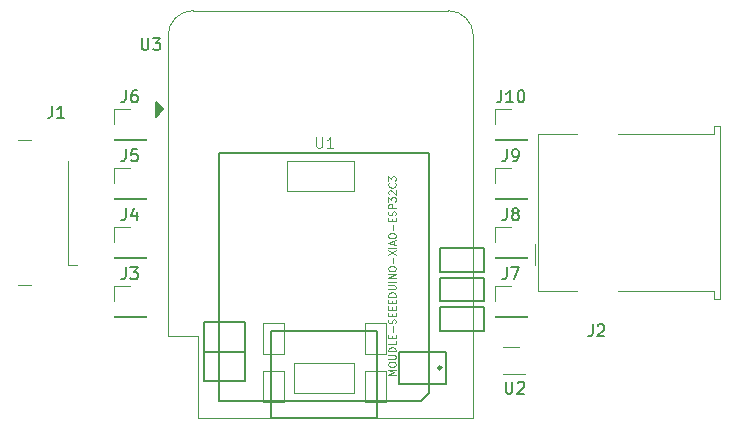
<source format=gbr>
%TF.GenerationSoftware,KiCad,Pcbnew,7.0.5-7.0.5~ubuntu22.04.1*%
%TF.CreationDate,2023-06-17T08:47:51-06:00*%
%TF.ProjectId,smart-usb,736d6172-742d-4757-9362-2e6b69636164,rev?*%
%TF.SameCoordinates,Original*%
%TF.FileFunction,Legend,Top*%
%TF.FilePolarity,Positive*%
%FSLAX46Y46*%
G04 Gerber Fmt 4.6, Leading zero omitted, Abs format (unit mm)*
G04 Created by KiCad (PCBNEW 7.0.5-7.0.5~ubuntu22.04.1) date 2023-06-17 08:47:51*
%MOMM*%
%LPD*%
G01*
G04 APERTURE LIST*
%ADD10C,0.150000*%
%ADD11C,0.101600*%
%ADD12C,0.076200*%
%ADD13C,0.120000*%
%ADD14C,0.127000*%
%ADD15C,0.066040*%
%ADD16C,0.254000*%
G04 APERTURE END LIST*
D10*
X132000000Y-71750000D02*
X135500000Y-71750000D01*
X135500000Y-74250000D01*
X132000000Y-74250000D01*
X132000000Y-71750000D01*
X132000000Y-74250000D02*
X135500000Y-74250000D01*
X135500000Y-76750000D01*
X132000000Y-76750000D01*
X132000000Y-74250000D01*
X152000000Y-65500000D02*
X155750000Y-65500000D01*
X155750000Y-67500000D01*
X152000000Y-67500000D01*
X152000000Y-65500000D01*
X152000000Y-68000000D02*
X155750000Y-68000000D01*
X155750000Y-70000000D01*
X152000000Y-70000000D01*
X152000000Y-68000000D01*
X152000000Y-70500000D02*
X155750000Y-70500000D01*
X155750000Y-72500000D01*
X152000000Y-72500000D01*
X152000000Y-70500000D01*
X148500000Y-74250000D02*
X152500000Y-74250000D01*
X152500000Y-77000000D01*
X148500000Y-77000000D01*
X148500000Y-74250000D01*
%TO.C,J10*%
X157190476Y-52124819D02*
X157190476Y-52839104D01*
X157190476Y-52839104D02*
X157142857Y-52981961D01*
X157142857Y-52981961D02*
X157047619Y-53077200D01*
X157047619Y-53077200D02*
X156904762Y-53124819D01*
X156904762Y-53124819D02*
X156809524Y-53124819D01*
X158190476Y-53124819D02*
X157619048Y-53124819D01*
X157904762Y-53124819D02*
X157904762Y-52124819D01*
X157904762Y-52124819D02*
X157809524Y-52267676D01*
X157809524Y-52267676D02*
X157714286Y-52362914D01*
X157714286Y-52362914D02*
X157619048Y-52410533D01*
X158809524Y-52124819D02*
X158904762Y-52124819D01*
X158904762Y-52124819D02*
X159000000Y-52172438D01*
X159000000Y-52172438D02*
X159047619Y-52220057D01*
X159047619Y-52220057D02*
X159095238Y-52315295D01*
X159095238Y-52315295D02*
X159142857Y-52505771D01*
X159142857Y-52505771D02*
X159142857Y-52743866D01*
X159142857Y-52743866D02*
X159095238Y-52934342D01*
X159095238Y-52934342D02*
X159047619Y-53029580D01*
X159047619Y-53029580D02*
X159000000Y-53077200D01*
X159000000Y-53077200D02*
X158904762Y-53124819D01*
X158904762Y-53124819D02*
X158809524Y-53124819D01*
X158809524Y-53124819D02*
X158714286Y-53077200D01*
X158714286Y-53077200D02*
X158666667Y-53029580D01*
X158666667Y-53029580D02*
X158619048Y-52934342D01*
X158619048Y-52934342D02*
X158571429Y-52743866D01*
X158571429Y-52743866D02*
X158571429Y-52505771D01*
X158571429Y-52505771D02*
X158619048Y-52315295D01*
X158619048Y-52315295D02*
X158666667Y-52220057D01*
X158666667Y-52220057D02*
X158714286Y-52172438D01*
X158714286Y-52172438D02*
X158809524Y-52124819D01*
D11*
%TO.C,U1*%
X141541376Y-56085295D02*
X141541376Y-56804962D01*
X141541376Y-56804962D02*
X141583710Y-56889628D01*
X141583710Y-56889628D02*
X141626043Y-56931962D01*
X141626043Y-56931962D02*
X141710710Y-56974295D01*
X141710710Y-56974295D02*
X141880043Y-56974295D01*
X141880043Y-56974295D02*
X141964710Y-56931962D01*
X141964710Y-56931962D02*
X142007043Y-56889628D01*
X142007043Y-56889628D02*
X142049376Y-56804962D01*
X142049376Y-56804962D02*
X142049376Y-56085295D01*
X142938376Y-56974295D02*
X142430376Y-56974295D01*
X142684376Y-56974295D02*
X142684376Y-56085295D01*
X142684376Y-56085295D02*
X142599709Y-56212295D01*
X142599709Y-56212295D02*
X142515043Y-56296962D01*
X142515043Y-56296962D02*
X142430376Y-56339295D01*
D12*
X148246759Y-76207568D02*
X147637159Y-76207568D01*
X147637159Y-76207568D02*
X148072588Y-76004368D01*
X148072588Y-76004368D02*
X147637159Y-75801168D01*
X147637159Y-75801168D02*
X148246759Y-75801168D01*
X147637159Y-75394767D02*
X147637159Y-75278653D01*
X147637159Y-75278653D02*
X147666188Y-75220596D01*
X147666188Y-75220596D02*
X147724245Y-75162539D01*
X147724245Y-75162539D02*
X147840359Y-75133510D01*
X147840359Y-75133510D02*
X148043559Y-75133510D01*
X148043559Y-75133510D02*
X148159673Y-75162539D01*
X148159673Y-75162539D02*
X148217731Y-75220596D01*
X148217731Y-75220596D02*
X148246759Y-75278653D01*
X148246759Y-75278653D02*
X148246759Y-75394767D01*
X148246759Y-75394767D02*
X148217731Y-75452825D01*
X148217731Y-75452825D02*
X148159673Y-75510882D01*
X148159673Y-75510882D02*
X148043559Y-75539910D01*
X148043559Y-75539910D02*
X147840359Y-75539910D01*
X147840359Y-75539910D02*
X147724245Y-75510882D01*
X147724245Y-75510882D02*
X147666188Y-75452825D01*
X147666188Y-75452825D02*
X147637159Y-75394767D01*
X147637159Y-74872253D02*
X148130645Y-74872253D01*
X148130645Y-74872253D02*
X148188702Y-74843224D01*
X148188702Y-74843224D02*
X148217731Y-74814196D01*
X148217731Y-74814196D02*
X148246759Y-74756138D01*
X148246759Y-74756138D02*
X148246759Y-74640024D01*
X148246759Y-74640024D02*
X148217731Y-74581967D01*
X148217731Y-74581967D02*
X148188702Y-74552938D01*
X148188702Y-74552938D02*
X148130645Y-74523910D01*
X148130645Y-74523910D02*
X147637159Y-74523910D01*
X148246759Y-74233624D02*
X147637159Y-74233624D01*
X147637159Y-74233624D02*
X147637159Y-74088481D01*
X147637159Y-74088481D02*
X147666188Y-74001395D01*
X147666188Y-74001395D02*
X147724245Y-73943338D01*
X147724245Y-73943338D02*
X147782302Y-73914309D01*
X147782302Y-73914309D02*
X147898416Y-73885281D01*
X147898416Y-73885281D02*
X147985502Y-73885281D01*
X147985502Y-73885281D02*
X148101616Y-73914309D01*
X148101616Y-73914309D02*
X148159673Y-73943338D01*
X148159673Y-73943338D02*
X148217731Y-74001395D01*
X148217731Y-74001395D02*
X148246759Y-74088481D01*
X148246759Y-74088481D02*
X148246759Y-74233624D01*
X148246759Y-73333738D02*
X148246759Y-73624024D01*
X148246759Y-73624024D02*
X147637159Y-73624024D01*
X147927445Y-73130538D02*
X147927445Y-72927338D01*
X148246759Y-72840252D02*
X148246759Y-73130538D01*
X148246759Y-73130538D02*
X147637159Y-73130538D01*
X147637159Y-73130538D02*
X147637159Y-72840252D01*
X148014531Y-72578995D02*
X148014531Y-72114538D01*
X148217731Y-71853280D02*
X148246759Y-71766195D01*
X148246759Y-71766195D02*
X148246759Y-71621052D01*
X148246759Y-71621052D02*
X148217731Y-71562995D01*
X148217731Y-71562995D02*
X148188702Y-71533966D01*
X148188702Y-71533966D02*
X148130645Y-71504937D01*
X148130645Y-71504937D02*
X148072588Y-71504937D01*
X148072588Y-71504937D02*
X148014531Y-71533966D01*
X148014531Y-71533966D02*
X147985502Y-71562995D01*
X147985502Y-71562995D02*
X147956473Y-71621052D01*
X147956473Y-71621052D02*
X147927445Y-71737166D01*
X147927445Y-71737166D02*
X147898416Y-71795223D01*
X147898416Y-71795223D02*
X147869388Y-71824252D01*
X147869388Y-71824252D02*
X147811331Y-71853280D01*
X147811331Y-71853280D02*
X147753273Y-71853280D01*
X147753273Y-71853280D02*
X147695216Y-71824252D01*
X147695216Y-71824252D02*
X147666188Y-71795223D01*
X147666188Y-71795223D02*
X147637159Y-71737166D01*
X147637159Y-71737166D02*
X147637159Y-71592023D01*
X147637159Y-71592023D02*
X147666188Y-71504937D01*
X147927445Y-71243681D02*
X147927445Y-71040481D01*
X148246759Y-70953395D02*
X148246759Y-71243681D01*
X148246759Y-71243681D02*
X147637159Y-71243681D01*
X147637159Y-71243681D02*
X147637159Y-70953395D01*
X147927445Y-70692138D02*
X147927445Y-70488938D01*
X148246759Y-70401852D02*
X148246759Y-70692138D01*
X148246759Y-70692138D02*
X147637159Y-70692138D01*
X147637159Y-70692138D02*
X147637159Y-70401852D01*
X147927445Y-70140595D02*
X147927445Y-69937395D01*
X148246759Y-69850309D02*
X148246759Y-70140595D01*
X148246759Y-70140595D02*
X147637159Y-70140595D01*
X147637159Y-70140595D02*
X147637159Y-69850309D01*
X148246759Y-69589052D02*
X147637159Y-69589052D01*
X147637159Y-69589052D02*
X147637159Y-69443909D01*
X147637159Y-69443909D02*
X147666188Y-69356823D01*
X147666188Y-69356823D02*
X147724245Y-69298766D01*
X147724245Y-69298766D02*
X147782302Y-69269737D01*
X147782302Y-69269737D02*
X147898416Y-69240709D01*
X147898416Y-69240709D02*
X147985502Y-69240709D01*
X147985502Y-69240709D02*
X148101616Y-69269737D01*
X148101616Y-69269737D02*
X148159673Y-69298766D01*
X148159673Y-69298766D02*
X148217731Y-69356823D01*
X148217731Y-69356823D02*
X148246759Y-69443909D01*
X148246759Y-69443909D02*
X148246759Y-69589052D01*
X147637159Y-68979452D02*
X148130645Y-68979452D01*
X148130645Y-68979452D02*
X148188702Y-68950423D01*
X148188702Y-68950423D02*
X148217731Y-68921395D01*
X148217731Y-68921395D02*
X148246759Y-68863337D01*
X148246759Y-68863337D02*
X148246759Y-68747223D01*
X148246759Y-68747223D02*
X148217731Y-68689166D01*
X148217731Y-68689166D02*
X148188702Y-68660137D01*
X148188702Y-68660137D02*
X148130645Y-68631109D01*
X148130645Y-68631109D02*
X147637159Y-68631109D01*
X148246759Y-68340823D02*
X147637159Y-68340823D01*
X148246759Y-68050537D02*
X147637159Y-68050537D01*
X147637159Y-68050537D02*
X148246759Y-67702194D01*
X148246759Y-67702194D02*
X147637159Y-67702194D01*
X147637159Y-67295793D02*
X147637159Y-67179679D01*
X147637159Y-67179679D02*
X147666188Y-67121622D01*
X147666188Y-67121622D02*
X147724245Y-67063565D01*
X147724245Y-67063565D02*
X147840359Y-67034536D01*
X147840359Y-67034536D02*
X148043559Y-67034536D01*
X148043559Y-67034536D02*
X148159673Y-67063565D01*
X148159673Y-67063565D02*
X148217731Y-67121622D01*
X148217731Y-67121622D02*
X148246759Y-67179679D01*
X148246759Y-67179679D02*
X148246759Y-67295793D01*
X148246759Y-67295793D02*
X148217731Y-67353851D01*
X148217731Y-67353851D02*
X148159673Y-67411908D01*
X148159673Y-67411908D02*
X148043559Y-67440936D01*
X148043559Y-67440936D02*
X147840359Y-67440936D01*
X147840359Y-67440936D02*
X147724245Y-67411908D01*
X147724245Y-67411908D02*
X147666188Y-67353851D01*
X147666188Y-67353851D02*
X147637159Y-67295793D01*
X148014531Y-66773279D02*
X148014531Y-66308822D01*
X147637159Y-66076593D02*
X148246759Y-65670193D01*
X147637159Y-65670193D02*
X148246759Y-66076593D01*
X148246759Y-65437965D02*
X147637159Y-65437965D01*
X148072588Y-65176707D02*
X148072588Y-64886422D01*
X148246759Y-65234764D02*
X147637159Y-65031564D01*
X147637159Y-65031564D02*
X148246759Y-64828364D01*
X147637159Y-64509050D02*
X147637159Y-64392936D01*
X147637159Y-64392936D02*
X147666188Y-64334879D01*
X147666188Y-64334879D02*
X147724245Y-64276822D01*
X147724245Y-64276822D02*
X147840359Y-64247793D01*
X147840359Y-64247793D02*
X148043559Y-64247793D01*
X148043559Y-64247793D02*
X148159673Y-64276822D01*
X148159673Y-64276822D02*
X148217731Y-64334879D01*
X148217731Y-64334879D02*
X148246759Y-64392936D01*
X148246759Y-64392936D02*
X148246759Y-64509050D01*
X148246759Y-64509050D02*
X148217731Y-64567108D01*
X148217731Y-64567108D02*
X148159673Y-64625165D01*
X148159673Y-64625165D02*
X148043559Y-64654193D01*
X148043559Y-64654193D02*
X147840359Y-64654193D01*
X147840359Y-64654193D02*
X147724245Y-64625165D01*
X147724245Y-64625165D02*
X147666188Y-64567108D01*
X147666188Y-64567108D02*
X147637159Y-64509050D01*
X148014531Y-63986536D02*
X148014531Y-63522079D01*
X147927445Y-63231793D02*
X147927445Y-63028593D01*
X148246759Y-62941507D02*
X148246759Y-63231793D01*
X148246759Y-63231793D02*
X147637159Y-63231793D01*
X147637159Y-63231793D02*
X147637159Y-62941507D01*
X148217731Y-62709278D02*
X148246759Y-62622193D01*
X148246759Y-62622193D02*
X148246759Y-62477050D01*
X148246759Y-62477050D02*
X148217731Y-62418993D01*
X148217731Y-62418993D02*
X148188702Y-62389964D01*
X148188702Y-62389964D02*
X148130645Y-62360935D01*
X148130645Y-62360935D02*
X148072588Y-62360935D01*
X148072588Y-62360935D02*
X148014531Y-62389964D01*
X148014531Y-62389964D02*
X147985502Y-62418993D01*
X147985502Y-62418993D02*
X147956473Y-62477050D01*
X147956473Y-62477050D02*
X147927445Y-62593164D01*
X147927445Y-62593164D02*
X147898416Y-62651221D01*
X147898416Y-62651221D02*
X147869388Y-62680250D01*
X147869388Y-62680250D02*
X147811331Y-62709278D01*
X147811331Y-62709278D02*
X147753273Y-62709278D01*
X147753273Y-62709278D02*
X147695216Y-62680250D01*
X147695216Y-62680250D02*
X147666188Y-62651221D01*
X147666188Y-62651221D02*
X147637159Y-62593164D01*
X147637159Y-62593164D02*
X147637159Y-62448021D01*
X147637159Y-62448021D02*
X147666188Y-62360935D01*
X148246759Y-62099679D02*
X147637159Y-62099679D01*
X147637159Y-62099679D02*
X147637159Y-61867450D01*
X147637159Y-61867450D02*
X147666188Y-61809393D01*
X147666188Y-61809393D02*
X147695216Y-61780364D01*
X147695216Y-61780364D02*
X147753273Y-61751336D01*
X147753273Y-61751336D02*
X147840359Y-61751336D01*
X147840359Y-61751336D02*
X147898416Y-61780364D01*
X147898416Y-61780364D02*
X147927445Y-61809393D01*
X147927445Y-61809393D02*
X147956473Y-61867450D01*
X147956473Y-61867450D02*
X147956473Y-62099679D01*
X147637159Y-61548136D02*
X147637159Y-61170764D01*
X147637159Y-61170764D02*
X147869388Y-61373964D01*
X147869388Y-61373964D02*
X147869388Y-61286879D01*
X147869388Y-61286879D02*
X147898416Y-61228822D01*
X147898416Y-61228822D02*
X147927445Y-61199793D01*
X147927445Y-61199793D02*
X147985502Y-61170764D01*
X147985502Y-61170764D02*
X148130645Y-61170764D01*
X148130645Y-61170764D02*
X148188702Y-61199793D01*
X148188702Y-61199793D02*
X148217731Y-61228822D01*
X148217731Y-61228822D02*
X148246759Y-61286879D01*
X148246759Y-61286879D02*
X148246759Y-61461050D01*
X148246759Y-61461050D02*
X148217731Y-61519107D01*
X148217731Y-61519107D02*
X148188702Y-61548136D01*
X147695216Y-60938536D02*
X147666188Y-60909508D01*
X147666188Y-60909508D02*
X147637159Y-60851451D01*
X147637159Y-60851451D02*
X147637159Y-60706308D01*
X147637159Y-60706308D02*
X147666188Y-60648251D01*
X147666188Y-60648251D02*
X147695216Y-60619222D01*
X147695216Y-60619222D02*
X147753273Y-60590193D01*
X147753273Y-60590193D02*
X147811331Y-60590193D01*
X147811331Y-60590193D02*
X147898416Y-60619222D01*
X147898416Y-60619222D02*
X148246759Y-60967565D01*
X148246759Y-60967565D02*
X148246759Y-60590193D01*
X148188702Y-59980594D02*
X148217731Y-60009622D01*
X148217731Y-60009622D02*
X148246759Y-60096708D01*
X148246759Y-60096708D02*
X148246759Y-60154765D01*
X148246759Y-60154765D02*
X148217731Y-60241851D01*
X148217731Y-60241851D02*
X148159673Y-60299908D01*
X148159673Y-60299908D02*
X148101616Y-60328937D01*
X148101616Y-60328937D02*
X147985502Y-60357965D01*
X147985502Y-60357965D02*
X147898416Y-60357965D01*
X147898416Y-60357965D02*
X147782302Y-60328937D01*
X147782302Y-60328937D02*
X147724245Y-60299908D01*
X147724245Y-60299908D02*
X147666188Y-60241851D01*
X147666188Y-60241851D02*
X147637159Y-60154765D01*
X147637159Y-60154765D02*
X147637159Y-60096708D01*
X147637159Y-60096708D02*
X147666188Y-60009622D01*
X147666188Y-60009622D02*
X147695216Y-59980594D01*
X147637159Y-59777394D02*
X147637159Y-59400022D01*
X147637159Y-59400022D02*
X147869388Y-59603222D01*
X147869388Y-59603222D02*
X147869388Y-59516137D01*
X147869388Y-59516137D02*
X147898416Y-59458080D01*
X147898416Y-59458080D02*
X147927445Y-59429051D01*
X147927445Y-59429051D02*
X147985502Y-59400022D01*
X147985502Y-59400022D02*
X148130645Y-59400022D01*
X148130645Y-59400022D02*
X148188702Y-59429051D01*
X148188702Y-59429051D02*
X148217731Y-59458080D01*
X148217731Y-59458080D02*
X148246759Y-59516137D01*
X148246759Y-59516137D02*
X148246759Y-59690308D01*
X148246759Y-59690308D02*
X148217731Y-59748365D01*
X148217731Y-59748365D02*
X148188702Y-59777394D01*
D10*
%TO.C,J4*%
X125416666Y-62124819D02*
X125416666Y-62839104D01*
X125416666Y-62839104D02*
X125369047Y-62981961D01*
X125369047Y-62981961D02*
X125273809Y-63077200D01*
X125273809Y-63077200D02*
X125130952Y-63124819D01*
X125130952Y-63124819D02*
X125035714Y-63124819D01*
X126321428Y-62458152D02*
X126321428Y-63124819D01*
X126083333Y-62077200D02*
X125845238Y-62791485D01*
X125845238Y-62791485D02*
X126464285Y-62791485D01*
%TO.C,J8*%
X157666666Y-62124819D02*
X157666666Y-62839104D01*
X157666666Y-62839104D02*
X157619047Y-62981961D01*
X157619047Y-62981961D02*
X157523809Y-63077200D01*
X157523809Y-63077200D02*
X157380952Y-63124819D01*
X157380952Y-63124819D02*
X157285714Y-63124819D01*
X158285714Y-62553390D02*
X158190476Y-62505771D01*
X158190476Y-62505771D02*
X158142857Y-62458152D01*
X158142857Y-62458152D02*
X158095238Y-62362914D01*
X158095238Y-62362914D02*
X158095238Y-62315295D01*
X158095238Y-62315295D02*
X158142857Y-62220057D01*
X158142857Y-62220057D02*
X158190476Y-62172438D01*
X158190476Y-62172438D02*
X158285714Y-62124819D01*
X158285714Y-62124819D02*
X158476190Y-62124819D01*
X158476190Y-62124819D02*
X158571428Y-62172438D01*
X158571428Y-62172438D02*
X158619047Y-62220057D01*
X158619047Y-62220057D02*
X158666666Y-62315295D01*
X158666666Y-62315295D02*
X158666666Y-62362914D01*
X158666666Y-62362914D02*
X158619047Y-62458152D01*
X158619047Y-62458152D02*
X158571428Y-62505771D01*
X158571428Y-62505771D02*
X158476190Y-62553390D01*
X158476190Y-62553390D02*
X158285714Y-62553390D01*
X158285714Y-62553390D02*
X158190476Y-62601009D01*
X158190476Y-62601009D02*
X158142857Y-62648628D01*
X158142857Y-62648628D02*
X158095238Y-62743866D01*
X158095238Y-62743866D02*
X158095238Y-62934342D01*
X158095238Y-62934342D02*
X158142857Y-63029580D01*
X158142857Y-63029580D02*
X158190476Y-63077200D01*
X158190476Y-63077200D02*
X158285714Y-63124819D01*
X158285714Y-63124819D02*
X158476190Y-63124819D01*
X158476190Y-63124819D02*
X158571428Y-63077200D01*
X158571428Y-63077200D02*
X158619047Y-63029580D01*
X158619047Y-63029580D02*
X158666666Y-62934342D01*
X158666666Y-62934342D02*
X158666666Y-62743866D01*
X158666666Y-62743866D02*
X158619047Y-62648628D01*
X158619047Y-62648628D02*
X158571428Y-62601009D01*
X158571428Y-62601009D02*
X158476190Y-62553390D01*
%TO.C,U2*%
X157568095Y-76804819D02*
X157568095Y-77614342D01*
X157568095Y-77614342D02*
X157615714Y-77709580D01*
X157615714Y-77709580D02*
X157663333Y-77757200D01*
X157663333Y-77757200D02*
X157758571Y-77804819D01*
X157758571Y-77804819D02*
X157949047Y-77804819D01*
X157949047Y-77804819D02*
X158044285Y-77757200D01*
X158044285Y-77757200D02*
X158091904Y-77709580D01*
X158091904Y-77709580D02*
X158139523Y-77614342D01*
X158139523Y-77614342D02*
X158139523Y-76804819D01*
X158568095Y-76900057D02*
X158615714Y-76852438D01*
X158615714Y-76852438D02*
X158710952Y-76804819D01*
X158710952Y-76804819D02*
X158949047Y-76804819D01*
X158949047Y-76804819D02*
X159044285Y-76852438D01*
X159044285Y-76852438D02*
X159091904Y-76900057D01*
X159091904Y-76900057D02*
X159139523Y-76995295D01*
X159139523Y-76995295D02*
X159139523Y-77090533D01*
X159139523Y-77090533D02*
X159091904Y-77233390D01*
X159091904Y-77233390D02*
X158520476Y-77804819D01*
X158520476Y-77804819D02*
X159139523Y-77804819D01*
%TO.C,J2*%
X164916666Y-71954819D02*
X164916666Y-72669104D01*
X164916666Y-72669104D02*
X164869047Y-72811961D01*
X164869047Y-72811961D02*
X164773809Y-72907200D01*
X164773809Y-72907200D02*
X164630952Y-72954819D01*
X164630952Y-72954819D02*
X164535714Y-72954819D01*
X165345238Y-72050057D02*
X165392857Y-72002438D01*
X165392857Y-72002438D02*
X165488095Y-71954819D01*
X165488095Y-71954819D02*
X165726190Y-71954819D01*
X165726190Y-71954819D02*
X165821428Y-72002438D01*
X165821428Y-72002438D02*
X165869047Y-72050057D01*
X165869047Y-72050057D02*
X165916666Y-72145295D01*
X165916666Y-72145295D02*
X165916666Y-72240533D01*
X165916666Y-72240533D02*
X165869047Y-72383390D01*
X165869047Y-72383390D02*
X165297619Y-72954819D01*
X165297619Y-72954819D02*
X165916666Y-72954819D01*
%TO.C,J6*%
X125416666Y-52124819D02*
X125416666Y-52839104D01*
X125416666Y-52839104D02*
X125369047Y-52981961D01*
X125369047Y-52981961D02*
X125273809Y-53077200D01*
X125273809Y-53077200D02*
X125130952Y-53124819D01*
X125130952Y-53124819D02*
X125035714Y-53124819D01*
X126321428Y-52124819D02*
X126130952Y-52124819D01*
X126130952Y-52124819D02*
X126035714Y-52172438D01*
X126035714Y-52172438D02*
X125988095Y-52220057D01*
X125988095Y-52220057D02*
X125892857Y-52362914D01*
X125892857Y-52362914D02*
X125845238Y-52553390D01*
X125845238Y-52553390D02*
X125845238Y-52934342D01*
X125845238Y-52934342D02*
X125892857Y-53029580D01*
X125892857Y-53029580D02*
X125940476Y-53077200D01*
X125940476Y-53077200D02*
X126035714Y-53124819D01*
X126035714Y-53124819D02*
X126226190Y-53124819D01*
X126226190Y-53124819D02*
X126321428Y-53077200D01*
X126321428Y-53077200D02*
X126369047Y-53029580D01*
X126369047Y-53029580D02*
X126416666Y-52934342D01*
X126416666Y-52934342D02*
X126416666Y-52696247D01*
X126416666Y-52696247D02*
X126369047Y-52601009D01*
X126369047Y-52601009D02*
X126321428Y-52553390D01*
X126321428Y-52553390D02*
X126226190Y-52505771D01*
X126226190Y-52505771D02*
X126035714Y-52505771D01*
X126035714Y-52505771D02*
X125940476Y-52553390D01*
X125940476Y-52553390D02*
X125892857Y-52601009D01*
X125892857Y-52601009D02*
X125845238Y-52696247D01*
%TO.C,J7*%
X157666666Y-67124819D02*
X157666666Y-67839104D01*
X157666666Y-67839104D02*
X157619047Y-67981961D01*
X157619047Y-67981961D02*
X157523809Y-68077200D01*
X157523809Y-68077200D02*
X157380952Y-68124819D01*
X157380952Y-68124819D02*
X157285714Y-68124819D01*
X158047619Y-67124819D02*
X158714285Y-67124819D01*
X158714285Y-67124819D02*
X158285714Y-68124819D01*
%TO.C,J3*%
X125416666Y-67124819D02*
X125416666Y-67839104D01*
X125416666Y-67839104D02*
X125369047Y-67981961D01*
X125369047Y-67981961D02*
X125273809Y-68077200D01*
X125273809Y-68077200D02*
X125130952Y-68124819D01*
X125130952Y-68124819D02*
X125035714Y-68124819D01*
X125797619Y-67124819D02*
X126416666Y-67124819D01*
X126416666Y-67124819D02*
X126083333Y-67505771D01*
X126083333Y-67505771D02*
X126226190Y-67505771D01*
X126226190Y-67505771D02*
X126321428Y-67553390D01*
X126321428Y-67553390D02*
X126369047Y-67601009D01*
X126369047Y-67601009D02*
X126416666Y-67696247D01*
X126416666Y-67696247D02*
X126416666Y-67934342D01*
X126416666Y-67934342D02*
X126369047Y-68029580D01*
X126369047Y-68029580D02*
X126321428Y-68077200D01*
X126321428Y-68077200D02*
X126226190Y-68124819D01*
X126226190Y-68124819D02*
X125940476Y-68124819D01*
X125940476Y-68124819D02*
X125845238Y-68077200D01*
X125845238Y-68077200D02*
X125797619Y-68029580D01*
%TO.C,J1*%
X119166666Y-53454819D02*
X119166666Y-54169104D01*
X119166666Y-54169104D02*
X119119047Y-54311961D01*
X119119047Y-54311961D02*
X119023809Y-54407200D01*
X119023809Y-54407200D02*
X118880952Y-54454819D01*
X118880952Y-54454819D02*
X118785714Y-54454819D01*
X120166666Y-54454819D02*
X119595238Y-54454819D01*
X119880952Y-54454819D02*
X119880952Y-53454819D01*
X119880952Y-53454819D02*
X119785714Y-53597676D01*
X119785714Y-53597676D02*
X119690476Y-53692914D01*
X119690476Y-53692914D02*
X119595238Y-53740533D01*
%TO.C,J9*%
X157666666Y-57124819D02*
X157666666Y-57839104D01*
X157666666Y-57839104D02*
X157619047Y-57981961D01*
X157619047Y-57981961D02*
X157523809Y-58077200D01*
X157523809Y-58077200D02*
X157380952Y-58124819D01*
X157380952Y-58124819D02*
X157285714Y-58124819D01*
X158190476Y-58124819D02*
X158380952Y-58124819D01*
X158380952Y-58124819D02*
X158476190Y-58077200D01*
X158476190Y-58077200D02*
X158523809Y-58029580D01*
X158523809Y-58029580D02*
X158619047Y-57886723D01*
X158619047Y-57886723D02*
X158666666Y-57696247D01*
X158666666Y-57696247D02*
X158666666Y-57315295D01*
X158666666Y-57315295D02*
X158619047Y-57220057D01*
X158619047Y-57220057D02*
X158571428Y-57172438D01*
X158571428Y-57172438D02*
X158476190Y-57124819D01*
X158476190Y-57124819D02*
X158285714Y-57124819D01*
X158285714Y-57124819D02*
X158190476Y-57172438D01*
X158190476Y-57172438D02*
X158142857Y-57220057D01*
X158142857Y-57220057D02*
X158095238Y-57315295D01*
X158095238Y-57315295D02*
X158095238Y-57553390D01*
X158095238Y-57553390D02*
X158142857Y-57648628D01*
X158142857Y-57648628D02*
X158190476Y-57696247D01*
X158190476Y-57696247D02*
X158285714Y-57743866D01*
X158285714Y-57743866D02*
X158476190Y-57743866D01*
X158476190Y-57743866D02*
X158571428Y-57696247D01*
X158571428Y-57696247D02*
X158619047Y-57648628D01*
X158619047Y-57648628D02*
X158666666Y-57553390D01*
%TO.C,U3*%
X126738095Y-47704819D02*
X126738095Y-48514342D01*
X126738095Y-48514342D02*
X126785714Y-48609580D01*
X126785714Y-48609580D02*
X126833333Y-48657200D01*
X126833333Y-48657200D02*
X126928571Y-48704819D01*
X126928571Y-48704819D02*
X127119047Y-48704819D01*
X127119047Y-48704819D02*
X127214285Y-48657200D01*
X127214285Y-48657200D02*
X127261904Y-48609580D01*
X127261904Y-48609580D02*
X127309523Y-48514342D01*
X127309523Y-48514342D02*
X127309523Y-47704819D01*
X127690476Y-47704819D02*
X128309523Y-47704819D01*
X128309523Y-47704819D02*
X127976190Y-48085771D01*
X127976190Y-48085771D02*
X128119047Y-48085771D01*
X128119047Y-48085771D02*
X128214285Y-48133390D01*
X128214285Y-48133390D02*
X128261904Y-48181009D01*
X128261904Y-48181009D02*
X128309523Y-48276247D01*
X128309523Y-48276247D02*
X128309523Y-48514342D01*
X128309523Y-48514342D02*
X128261904Y-48609580D01*
X128261904Y-48609580D02*
X128214285Y-48657200D01*
X128214285Y-48657200D02*
X128119047Y-48704819D01*
X128119047Y-48704819D02*
X127833333Y-48704819D01*
X127833333Y-48704819D02*
X127738095Y-48657200D01*
X127738095Y-48657200D02*
X127690476Y-48609580D01*
%TO.C,J5*%
X125416666Y-57124819D02*
X125416666Y-57839104D01*
X125416666Y-57839104D02*
X125369047Y-57981961D01*
X125369047Y-57981961D02*
X125273809Y-58077200D01*
X125273809Y-58077200D02*
X125130952Y-58124819D01*
X125130952Y-58124819D02*
X125035714Y-58124819D01*
X126369047Y-57124819D02*
X125892857Y-57124819D01*
X125892857Y-57124819D02*
X125845238Y-57601009D01*
X125845238Y-57601009D02*
X125892857Y-57553390D01*
X125892857Y-57553390D02*
X125988095Y-57505771D01*
X125988095Y-57505771D02*
X126226190Y-57505771D01*
X126226190Y-57505771D02*
X126321428Y-57553390D01*
X126321428Y-57553390D02*
X126369047Y-57601009D01*
X126369047Y-57601009D02*
X126416666Y-57696247D01*
X126416666Y-57696247D02*
X126416666Y-57934342D01*
X126416666Y-57934342D02*
X126369047Y-58029580D01*
X126369047Y-58029580D02*
X126321428Y-58077200D01*
X126321428Y-58077200D02*
X126226190Y-58124819D01*
X126226190Y-58124819D02*
X125988095Y-58124819D01*
X125988095Y-58124819D02*
X125892857Y-58077200D01*
X125892857Y-58077200D02*
X125845238Y-58029580D01*
D13*
%TO.C,J10*%
X156670000Y-53670000D02*
X158000000Y-53670000D01*
X156670000Y-55000000D02*
X156670000Y-53670000D01*
X156670000Y-56270000D02*
X156670000Y-56330000D01*
X156670000Y-56270000D02*
X159330000Y-56270000D01*
X156670000Y-56330000D02*
X159330000Y-56330000D01*
X159330000Y-56270000D02*
X159330000Y-56330000D01*
D14*
%TO.C,U1*%
X151083120Y-77777620D02*
X151083120Y-57450000D01*
X151083120Y-57450000D02*
X133285340Y-57450000D01*
X150412560Y-78448180D02*
X151083120Y-77777620D01*
D15*
X147400120Y-78532000D02*
X145622120Y-78532000D01*
X147400120Y-75865000D02*
X147400120Y-78532000D01*
X147400120Y-75865000D02*
X145622120Y-75865000D01*
X147400120Y-74468000D02*
X145622120Y-74468000D01*
X147400120Y-71798460D02*
X147400120Y-74468000D01*
X147400120Y-71798460D02*
X145622120Y-71798460D01*
D14*
X146688920Y-72519820D02*
X146688920Y-79873120D01*
X146683840Y-79873120D02*
X137689700Y-79873120D01*
D15*
X145622120Y-75865000D02*
X145622120Y-78532000D01*
X145622120Y-71798460D02*
X145622120Y-74468000D01*
X144733120Y-77770000D02*
X139653120Y-77770000D01*
X144733120Y-75230000D02*
X144733120Y-77770000D01*
X144733120Y-75230000D02*
X139653120Y-75230000D01*
X144733120Y-60625000D02*
X139018120Y-60625000D01*
X144733120Y-58085000D02*
X144733120Y-60625000D01*
X144733120Y-58085000D02*
X139018120Y-58085000D01*
X139653120Y-75230000D02*
X139653120Y-77770000D01*
X139018120Y-58085000D02*
X139018120Y-60625000D01*
X138764120Y-78532000D02*
X136986120Y-78532000D01*
X138764120Y-75865000D02*
X138764120Y-78532000D01*
X138764120Y-75865000D02*
X136986120Y-75865000D01*
X138764120Y-74468000D02*
X136986120Y-74468000D01*
X138764120Y-71798460D02*
X138764120Y-74468000D01*
X138764120Y-71798460D02*
X136986120Y-71798460D01*
D14*
X137689700Y-79873120D02*
X137689700Y-72519820D01*
X137689700Y-72519820D02*
X146688920Y-72519820D01*
D15*
X136986120Y-75865000D02*
X136986120Y-78532000D01*
X136986120Y-71798460D02*
X136986120Y-74468000D01*
D14*
X133285340Y-78448180D02*
X150412560Y-78448180D01*
X133285340Y-57450000D02*
X133285340Y-78448180D01*
D16*
X152099120Y-75611000D02*
G75*
G03*
X152099120Y-75611000I-127000J0D01*
G01*
D13*
%TO.C,J4*%
X124420000Y-63670000D02*
X125750000Y-63670000D01*
X124420000Y-65000000D02*
X124420000Y-63670000D01*
X124420000Y-66270000D02*
X124420000Y-66330000D01*
X124420000Y-66270000D02*
X127080000Y-66270000D01*
X124420000Y-66330000D02*
X127080000Y-66330000D01*
X127080000Y-66270000D02*
X127080000Y-66330000D01*
%TO.C,J8*%
X156670000Y-63670000D02*
X158000000Y-63670000D01*
X156670000Y-65000000D02*
X156670000Y-63670000D01*
X156670000Y-66270000D02*
X156670000Y-66330000D01*
X156670000Y-66270000D02*
X159330000Y-66270000D01*
X156670000Y-66330000D02*
X159330000Y-66330000D01*
X159330000Y-66270000D02*
X159330000Y-66330000D01*
%TO.C,U2*%
X158700000Y-73840000D02*
X157300000Y-73840000D01*
X157300000Y-76160000D02*
X159200000Y-76160000D01*
%TO.C,J2*%
X175220000Y-69810000D02*
X175740000Y-69810000D01*
X175740000Y-69810000D02*
X175740000Y-55190000D01*
X160260000Y-69160000D02*
X163590000Y-69160000D01*
X160260000Y-69160000D02*
X160260000Y-55840000D01*
X175220000Y-69160000D02*
X175220000Y-69810000D01*
X175220000Y-69160000D02*
X167110000Y-69160000D01*
X160040000Y-66900000D02*
X160040000Y-65100000D01*
X160260000Y-55840000D02*
X163590000Y-55840000D01*
X167110000Y-55840000D02*
X175220000Y-55840000D01*
X175220000Y-55190000D02*
X175220000Y-55840000D01*
X175740000Y-55190000D02*
X175220000Y-55190000D01*
%TO.C,J6*%
X124420000Y-53670000D02*
X125750000Y-53670000D01*
X124420000Y-55000000D02*
X124420000Y-53670000D01*
X124420000Y-56270000D02*
X124420000Y-56330000D01*
X124420000Y-56270000D02*
X127080000Y-56270000D01*
X124420000Y-56330000D02*
X127080000Y-56330000D01*
X127080000Y-56270000D02*
X127080000Y-56330000D01*
%TO.C,J7*%
X156670000Y-68670000D02*
X158000000Y-68670000D01*
X156670000Y-70000000D02*
X156670000Y-68670000D01*
X156670000Y-71270000D02*
X156670000Y-71330000D01*
X156670000Y-71270000D02*
X159330000Y-71270000D01*
X156670000Y-71330000D02*
X159330000Y-71330000D01*
X159330000Y-71270000D02*
X159330000Y-71330000D01*
%TO.C,J3*%
X124420000Y-68670000D02*
X125750000Y-68670000D01*
X124420000Y-70000000D02*
X124420000Y-68670000D01*
X124420000Y-71270000D02*
X124420000Y-71330000D01*
X124420000Y-71270000D02*
X127080000Y-71270000D01*
X124420000Y-71330000D02*
X127080000Y-71330000D01*
X127080000Y-71270000D02*
X127080000Y-71330000D01*
%TO.C,J1*%
X120520000Y-66900000D02*
X121275000Y-66900000D01*
X120520000Y-66900000D02*
X120520000Y-58100000D01*
X117350000Y-68645000D02*
X116300000Y-68645000D01*
X117350000Y-56355000D02*
X116300000Y-56355000D01*
%TO.C,J9*%
X156670000Y-58670000D02*
X158000000Y-58670000D01*
X156670000Y-60000000D02*
X156670000Y-58670000D01*
X156670000Y-61270000D02*
X156670000Y-61330000D01*
X156670000Y-61270000D02*
X159330000Y-61270000D01*
X156670000Y-61330000D02*
X159330000Y-61330000D01*
X159330000Y-61270000D02*
X159330000Y-61330000D01*
%TO.C,U3*%
X128973120Y-72940000D02*
X128973120Y-47510000D01*
X128973120Y-72940000D02*
X131513120Y-72940000D01*
X131513120Y-72940000D02*
X131513120Y-79840000D01*
X131513120Y-79840000D02*
X154833120Y-79840000D01*
X152713120Y-45380000D02*
X131103120Y-45380000D01*
X154833120Y-79840000D02*
X154833120Y-47510000D01*
X131103120Y-45380000D02*
G75*
G03*
X128973120Y-47510000I2J-2130002D01*
G01*
X154833120Y-47510000D02*
G75*
G03*
X152703120Y-45380000I-2130000J0D01*
G01*
D10*
X128568120Y-53720000D02*
X127933120Y-54355000D01*
X127933120Y-53085000D01*
X128568120Y-53720000D01*
G36*
X128568120Y-53720000D02*
G01*
X127933120Y-54355000D01*
X127933120Y-53085000D01*
X128568120Y-53720000D01*
G37*
D13*
%TO.C,J5*%
X124420000Y-58670000D02*
X125750000Y-58670000D01*
X124420000Y-60000000D02*
X124420000Y-58670000D01*
X124420000Y-61270000D02*
X124420000Y-61330000D01*
X124420000Y-61270000D02*
X127080000Y-61270000D01*
X124420000Y-61330000D02*
X127080000Y-61330000D01*
X127080000Y-61270000D02*
X127080000Y-61330000D01*
%TD*%
M02*

</source>
